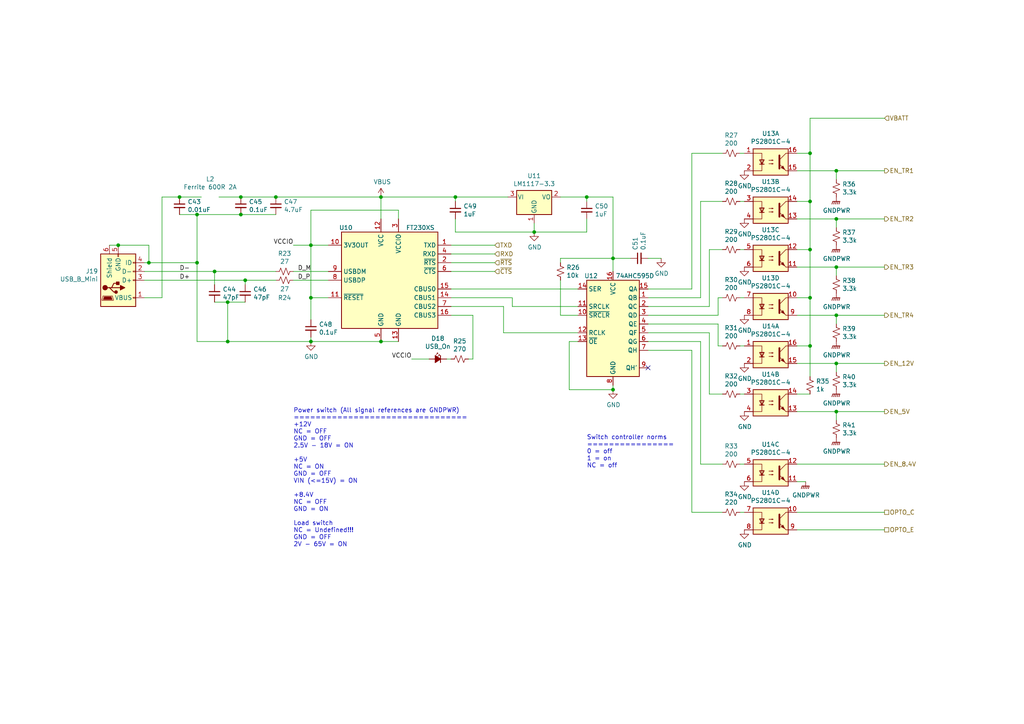
<source format=kicad_sch>
(kicad_sch (version 20211123) (generator eeschema)
  (paper "A4")
  (title_block (title "Power Management for Zeabus AUV") (date "20-April-2020") (rev "1.0.0") (company "Zeabus") (comment 1 "by Natchanan Thongtem and Akrapong Patchararungruang"))
  (lib_symbols
    (symbol "74xx:74AHC595"
      (property "Reference" "U" (at -7.62 13.97 0))
      (property "Value" "74AHC595" (at -7.62 -16.51 0))
      (symbol "74AHC595_1_0"
        (pin tri_state line (at 10.16 7.62 180) (length 2.54) (name "QB") (number "1"))
        (pin input line (at -10.16 2.54 0) (length 2.54) (name "~{SRCLR}") (number "10"))
        (pin input line (at -10.16 5.08 0) (length 2.54) (name "SRCLK") (number "11"))
        (pin input line (at -10.16 -2.54 0) (length 2.54) (name "RCLK") (number "12"))
        (pin input line (at -10.16 -5.08 0) (length 2.54) (name "~{OE}") (number "13"))
        (pin input line (at -10.16 10.16 0) (length 2.54) (name "SER") (number "14"))
        (pin tri_state line (at 10.16 10.16 180) (length 2.54) (name "QA") (number "15"))
        (pin power_in line (at 0 15.24 270) (length 2.54) (name "VCC") (number "16"))
        (pin tri_state line (at 10.16 5.08 180) (length 2.54) (name "QC") (number "2"))
        (pin tri_state line (at 10.16 2.54 180) (length 2.54) (name "QD") (number "3"))
        (pin tri_state line (at 10.16 0 180) (length 2.54) (name "QE") (number "4"))
        (pin tri_state line (at 10.16 -2.54 180) (length 2.54) (name "QF") (number "5"))
        (pin tri_state line (at 10.16 -5.08 180) (length 2.54) (name "QG") (number "6"))
        (pin tri_state line (at 10.16 -7.62 180) (length 2.54) (name "QH") (number "7"))
        (pin power_in line (at 0 -17.78 90) (length 2.54) (name "GND") (number "8"))
        (pin output line (at 10.16 -12.7 180) (length 2.54) (name "QH'") (number "9"))
      )
      (symbol "74AHC595_1_1"
        (rectangle (start -7.62 12.7) (end 7.62 -15.24) (stroke (width 0.254)) (fill (type background)))
      )
    )
    (symbol "Connector:USB_B_Mini" (pin_names (offset 1.016))
      (property "Reference" "J" (at -5.08 11.43 0))
      (property "Value" "USB_B_Mini" (at -5.08 8.89 0))
      (symbol "USB_B_Mini_0_1"
        (rectangle (start -5.08 -7.62) (end 5.08 7.62) (stroke (width 0.254)) (fill (type background)))
        (circle (center -3.81 2.159) (radius 0.635) (stroke (width 0.254)) (fill (type outline)))
        (circle (center -0.635 3.429) (radius 0.381) (stroke (width 0.254)) (fill (type outline)))
        (rectangle (start -0.127 -7.62) (end 0.127 -6.858))
        (polyline (pts (xy -1.905 2.159) (xy 0.635 2.159)) (stroke (width 0.254)))
        (polyline (pts (xy -3.175 2.159) (xy -2.54 2.159) (xy -1.27 3.429) (xy -0.635 3.429)) (stroke (width 0.254)))
        (polyline (pts (xy -2.54 2.159) (xy -1.905 2.159) (xy -1.27 0.889) (xy 0 0.889)) (stroke (width 0.254)))
        (polyline (pts (xy 0.635 2.794) (xy 0.635 1.524) (xy 1.905 2.159) (xy 0.635 2.794)) (stroke (width 0.254)) (fill (type outline)))
        (polyline (pts (xy -4.318 5.588) (xy -1.778 5.588) (xy -2.032 4.826) (xy -4.064 4.826) (xy -4.318 5.588)) (fill (type outline)))
        (polyline (pts (xy -4.699 5.842) (xy -4.699 5.588) (xy -4.445 4.826) (xy -4.445 4.572) (xy -1.651 4.572) (xy -1.651 4.826) (xy -1.397 5.588) (xy -1.397 5.842) (xy -4.699 5.842)))
        (rectangle (start 0.254 1.27) (end -0.508 0.508) (stroke (width 0.254)) (fill (type outline)))
        (rectangle (start 5.08 -5.207) (end 4.318 -4.953))
        (rectangle (start 5.08 -2.667) (end 4.318 -2.413))
        (rectangle (start 5.08 -0.127) (end 4.318 0.127))
        (rectangle (start 5.08 4.953) (end 4.318 5.207))
      )
      (symbol "USB_B_Mini_1_1"
        (pin power_out line (at 7.62 5.08 180) (length 2.54) (name "VBUS") (number "1"))
        (pin bidirectional line (at 7.62 -2.54 180) (length 2.54) (name "D-") (number "2"))
        (pin bidirectional line (at 7.62 0 180) (length 2.54) (name "D+") (number "3"))
        (pin passive line (at 7.62 -5.08 180) (length 2.54) (name "ID") (number "4"))
        (pin power_out line (at 0 -10.16 90) (length 2.54) (name "GND") (number "5"))
        (pin passive line (at -2.54 -10.16 90) (length 2.54) (name "Shield") (number "6"))
      )
    )
    (symbol "Device:C_Small" (pin_numbers hide) (pin_names (offset 0.254) hide)
      (property "Reference" "C" (at 0.254 1.778 0))
      (property "Value" "C_Small" (at 0.254 -2.032 0))
      (symbol "C_Small_0_1"
        (polyline (pts (xy -1.524 -0.508) (xy 1.524 -0.508)) (stroke (width 0.3302)))
        (polyline (pts (xy -1.524 0.508) (xy 1.524 0.508)) (stroke (width 0.3048)))
      )
      (symbol "C_Small_1_1"
        (pin passive line (at 0 2.54 270) (length 2.032) (name "~") (number "1"))
        (pin passive line (at 0 -2.54 90) (length 2.032) (name "~") (number "2"))
      )
    )
    (symbol "Device:LED_Small_Filled" (pin_numbers hide) (pin_names (offset 0.254) hide)
      (property "Reference" "D" (at -1.27 3.175 0))
      (property "Value" "LED_Small_Filled" (at -4.445 -2.54 0))
      (symbol "LED_Small_Filled_0_1"
        (polyline (pts (xy -0.762 -1.016) (xy -0.762 1.016)) (stroke (width 0.254)))
        (polyline (pts (xy 1.016 0) (xy -0.762 0)))
        (polyline (pts (xy 0.762 -1.016) (xy -0.762 0) (xy 0.762 1.016) (xy 0.762 -1.016)) (stroke (width 0.254)) (fill (type outline)))
        (polyline (pts (xy 0 0.762) (xy -0.508 1.27) (xy -0.254 1.27) (xy -0.508 1.27) (xy -0.508 1.016)))
        (polyline (pts (xy 0.508 1.27) (xy 0 1.778) (xy 0.254 1.778) (xy 0 1.778) (xy 0 1.524)))
      )
      (symbol "LED_Small_Filled_1_1"
        (pin passive line (at -2.54 0 0) (length 1.778) (name "K") (number "1"))
        (pin passive line (at 2.54 0 180) (length 1.778) (name "A") (number "2"))
      )
    )
    (symbol "Device:R_Small_US" (pin_numbers hide) (pin_names (offset 0.254) hide)
      (property "Reference" "R" (at 0.762 0.508 0))
      (property "Value" "R_Small_US" (at 0.762 -1.016 0))
      (symbol "R_Small_US_1_1"
        (polyline (pts (xy 0 0) (xy 1.016 -0.381) (xy 0 -0.762) (xy -1.016 -1.143) (xy 0 -1.524)))
        (polyline (pts (xy 0 1.524) (xy 1.016 1.143) (xy 0 0.762) (xy -1.016 0.381) (xy 0 0)))
        (pin passive line (at 0 2.54 270) (length 1.016) (name "~") (number "1"))
        (pin passive line (at 0 -2.54 90) (length 1.016) (name "~") (number "2"))
      )
    )
    (symbol "Interface_USB:FT230XS"
      (property "Reference" "U" (at -13.97 15.24 0))
      (property "Value" "FT230XS" (at 7.62 15.24 0))
      (symbol "FT230XS_0_1"
        (rectangle (start -13.97 13.97) (end 13.97 -13.97) (stroke (width 0.254)) (fill (type background)))
      )
      (symbol "FT230XS_1_1"
        (pin output line (at 17.78 10.16 180) (length 3.81) (name "TXD") (number "1"))
        (pin power_out line (at -17.78 10.16 0) (length 3.81) (name "3V3OUT") (number "10"))
        (pin input line (at -17.78 -5.08 0) (length 3.81) (name "~{RESET}") (number "11"))
        (pin power_in line (at -2.54 17.78 270) (length 3.81) (name "VCC") (number "12"))
        (pin power_in line (at 2.54 -17.78 90) (length 3.81) (name "GND") (number "13"))
        (pin bidirectional line (at 17.78 -5.08 180) (length 3.81) (name "CBUS1") (number "14"))
        (pin bidirectional line (at 17.78 -2.54 180) (length 3.81) (name "CBUS0") (number "15"))
        (pin bidirectional line (at 17.78 -10.16 180) (length 3.81) (name "CBUS3") (number "16"))
        (pin output line (at 17.78 5.08 180) (length 3.81) (name "~{RTS}") (number "2"))
        (pin power_in line (at 2.54 17.78 270) (length 3.81) (name "VCCIO") (number "3"))
        (pin input line (at 17.78 7.62 180) (length 3.81) (name "RXD") (number "4"))
        (pin power_in line (at -2.54 -17.78 90) (length 3.81) (name "GND") (number "5"))
        (pin input line (at 17.78 2.54 180) (length 3.81) (name "~{CTS}") (number "6"))
        (pin bidirectional line (at 17.78 -7.62 180) (length 3.81) (name "CBUS2") (number "7"))
        (pin bidirectional line (at -17.78 0 0) (length 3.81) (name "USBDP") (number "8"))
        (pin bidirectional line (at -17.78 2.54 0) (length 3.81) (name "USBDM") (number "9"))
      )
    )
    (symbol "Isolator:TLP291-4"
      (property "Reference" "U" (at -5.08 5.08 0))
      (property "Value" "TLP291-4" (at 0 5.08 0))
      (symbol "TLP291-4_0_1"
        (rectangle (start -5.08 3.81) (end 5.08 -3.81) (stroke (width 0.254)) (fill (type background)))
        (polyline (pts (xy -3.175 -0.635) (xy -1.905 -0.635)) (stroke (width 0.254)))
        (polyline (pts (xy 2.54 0.635) (xy 4.445 2.54)))
        (polyline (pts (xy 4.445 -2.54) (xy 2.54 -0.635)) (fill (type outline)))
        (polyline (pts (xy 4.445 -2.54) (xy 5.08 -2.54)))
        (polyline (pts (xy 4.445 2.54) (xy 5.08 2.54)))
        (polyline (pts (xy -5.08 2.54) (xy -2.54 2.54) (xy -2.54 0.635)))
        (polyline (pts (xy -2.54 0.635) (xy -2.54 -2.54) (xy -5.08 -2.54)))
        (polyline (pts (xy 2.54 1.905) (xy 2.54 -1.905) (xy 2.54 -1.905)) (stroke (width 0.508)))
        (polyline (pts (xy -2.54 -0.635) (xy -3.175 0.635) (xy -1.905 0.635) (xy -2.54 -0.635)) (stroke (width 0.254)))
        (polyline (pts (xy -0.508 -0.508) (xy 0.762 -0.508) (xy 0.381 -0.635) (xy 0.381 -0.381) (xy 0.762 -0.508)))
        (polyline (pts (xy -0.508 0.508) (xy 0.762 0.508) (xy 0.381 0.381) (xy 0.381 0.635) (xy 0.762 0.508)))
        (polyline (pts (xy 3.048 -1.651) (xy 3.556 -1.143) (xy 4.064 -2.159) (xy 3.048 -1.651) (xy 3.048 -1.651)) (fill (type outline)))
      )
      (symbol "TLP291-4_1_1"
        (pin passive line (at -7.62 2.54 0) (length 2.54) (name "~") (number "1"))
        (pin passive line (at 7.62 -2.54 180) (length 2.54) (name "~") (number "15"))
        (pin passive line (at 7.62 2.54 180) (length 2.54) (name "~") (number "16"))
        (pin passive line (at -7.62 -2.54 0) (length 2.54) (name "~") (number "2"))
      )
      (symbol "TLP291-4_2_1"
        (pin passive line (at 7.62 -2.54 180) (length 2.54) (name "~") (number "13"))
        (pin passive line (at 7.62 2.54 180) (length 2.54) (name "~") (number "14"))
        (pin passive line (at -7.62 2.54 0) (length 2.54) (name "~") (number "3"))
        (pin passive line (at -7.62 -2.54 0) (length 2.54) (name "~") (number "4"))
      )
      (symbol "TLP291-4_3_1"
        (pin passive line (at 7.62 -2.54 180) (length 2.54) (name "~") (number "11"))
        (pin passive line (at 7.62 2.54 180) (length 2.54) (name "~") (number "12"))
        (pin passive line (at -7.62 2.54 0) (length 2.54) (name "~") (number "5"))
        (pin passive line (at -7.62 -2.54 0) (length 2.54) (name "~") (number "6"))
      )
      (symbol "TLP291-4_4_1"
        (pin passive line (at 7.62 2.54 180) (length 2.54) (name "~") (number "10"))
        (pin passive line (at -7.62 2.54 0) (length 2.54) (name "~") (number "7"))
        (pin passive line (at -7.62 -2.54 0) (length 2.54) (name "~") (number "8"))
        (pin passive line (at 7.62 -2.54 180) (length 2.54) (name "~") (number "9"))
      )
    )
    (symbol "Regulator_Linear:LM1117-3.3" (pin_names (offset 0.254))
      (property "Reference" "U" (at -3.81 3.175 0))
      (property "Value" "LM1117-3.3" (at 0 3.175 0))
      (symbol "LM1117-3.3_0_1"
        (rectangle (start -5.08 -5.08) (end 5.08 1.905) (stroke (width 0.254)) (fill (type background)))
      )
      (symbol "LM1117-3.3_1_1"
        (pin power_in line (at 0 -7.62 90) (length 2.54) (name "GND") (number "1"))
        (pin power_out line (at 7.62 0 180) (length 2.54) (name "VO") (number "2"))
        (pin power_in line (at -7.62 0 0) (length 2.54) (name "VI") (number "3"))
      )
    )
    (symbol "power:GND" (power) (pin_names (offset 0))
      (property "Value" "GND" (at 0 -3.81 0))
      (symbol "GND_0_1"
        (polyline (pts (xy 0 0) (xy 0 -1.27) (xy 1.27 -1.27) (xy 0 -2.54) (xy -1.27 -1.27) (xy 0 -1.27)))
      )
      (symbol "GND_1_1"
        (pin power_in line (at 0 0 270) (length 0) hide (name "GND") (number "1"))
      )
    )
    (symbol "power:GNDPWR" (power) (pin_names (offset 0))
      (property "Value" "GNDPWR" (at 0 -3.302 0))
      (symbol "GNDPWR_0_1"
        (polyline (pts (xy 0 -1.27) (xy 0 0)))
        (polyline (pts (xy -1.016 -1.27) (xy -1.27 -2.032) (xy -1.27 -2.032)) (stroke (width 0.2032)))
        (polyline (pts (xy -0.508 -1.27) (xy -0.762 -2.032) (xy -0.762 -2.032)) (stroke (width 0.2032)))
        (polyline (pts (xy 0 -1.27) (xy -0.254 -2.032) (xy -0.254 -2.032)) (stroke (width 0.2032)))
        (polyline (pts (xy 0.508 -1.27) (xy 0.254 -2.032) (xy 0.254 -2.032)) (stroke (width 0.2032)))
        (polyline (pts (xy 1.016 -1.27) (xy -1.016 -1.27) (xy -1.016 -1.27)) (stroke (width 0.2032)))
        (polyline (pts (xy 1.016 -1.27) (xy 0.762 -2.032) (xy 0.762 -2.032) (xy 0.762 -2.032)) (stroke (width 0.2032)))
      )
      (symbol "GNDPWR_1_1"
        (pin power_in line (at 0 0 270) (length 0) hide (name "GNDPWR") (number "1"))
      )
    )
    (symbol "power:VBUS" (power) (pin_names (offset 0))
      (property "Value" "VBUS" (at 0 3.81 0))
      (symbol "VBUS_0_1"
        (polyline (pts (xy -0.762 1.27) (xy 0 2.54)))
        (polyline (pts (xy 0 0) (xy 0 2.54)))
        (polyline (pts (xy 0 2.54) (xy 0.762 1.27)))
      )
      (symbol "VBUS_1_1"
        (pin power_in line (at 0 0 90) (length 0) hide (name "VBUS") (number "1"))
      )
    )
  )
  (junction (at 90.17 86.36))
  (junction (at 43.18 76.2))
  (junction (at 177.8 74.93))
  (junction (at 234.95 86.36))
  (junction (at 66.04 99.06))
  (junction (at 52.07 57.15))
  (junction (at 242.57 49.53))
  (junction (at 90.17 99.06))
  (junction (at 242.57 91.44))
  (junction (at 242.57 77.47))
  (junction (at 69.85 57.15))
  (junction (at 234.95 100.33))
  (junction (at 57.15 62.23))
  (junction (at 66.04 87.63))
  (junction (at 90.17 71.12))
  (junction (at 57.15 76.2))
  (junction (at 62.23 78.74))
  (junction (at 234.95 72.39))
  (junction (at 110.49 99.06))
  (junction (at 154.94 67.31))
  (junction (at 71.12 81.28))
  (junction (at 234.95 44.45))
  (junction (at 234.95 58.42))
  (junction (at 242.57 119.38))
  (junction (at 110.49 57.15))
  (junction (at 80.01 57.15))
  (junction (at 177.8 113.03))
  (junction (at 69.85 62.23))
  (junction (at 34.29 71.12))
  (junction (at 132.08 57.15))
  (junction (at 242.57 63.5))
  (junction (at 170.18 57.15))
  (junction (at 242.57 105.41))
  (no_connect (at 187.96 106.68))
  (wire (pts (xy 231.14 58.42) (xy 234.95 58.42)))
  (wire (pts (xy 208.28 100.33) (xy 209.55 100.33)))
  (wire (pts (xy 208.28 86.36) (xy 209.55 86.36)))
  (wire (pts (xy 66.04 87.63) (xy 71.12 87.63)))
  (wire (pts (xy 242.57 52.07) (xy 242.57 49.53)))
  (wire (pts (xy 162.56 91.44) (xy 162.56 81.28)))
  (wire (pts (xy 234.95 44.45) (xy 234.95 34.29)))
  (wire (pts (xy 187.96 74.93) (xy 191.77 74.93)))
  (wire (pts (xy 132.08 58.42) (xy 132.08 57.15)))
  (wire (pts (xy 177.8 113.03) (xy 177.8 111.76)))
  (wire (pts (xy 242.57 93.98) (xy 242.57 91.44)))
  (wire (pts (xy 162.56 76.2) (xy 162.56 74.93)))
  (wire (pts (xy 234.95 34.29) (xy 256.54 34.29)))
  (wire (pts (xy 231.14 63.5) (xy 242.57 63.5)))
  (wire (pts (xy 90.17 71.12) (xy 90.17 60.96)))
  (wire (pts (xy 242.57 119.38) (xy 256.54 119.38)))
  (wire (pts (xy 177.8 113.03) (xy 165.1 113.03)))
  (wire (pts (xy 80.01 57.15) (xy 110.49 57.15)))
  (wire (pts (xy 242.57 91.44) (xy 256.54 91.44)))
  (wire (pts (xy 231.14 119.38) (xy 242.57 119.38)))
  (wire (pts (xy 203.2 134.62) (xy 209.55 134.62)))
  (wire (pts (xy 62.23 82.55) (xy 62.23 78.74)))
  (wire (pts (xy 41.91 76.2) (xy 43.18 76.2)))
  (wire (pts (xy 170.18 67.31) (xy 170.18 63.5)))
  (wire (pts (xy 43.18 71.12) (xy 34.29 71.12)))
  (wire (pts (xy 231.14 49.53) (xy 242.57 49.53)))
  (wire (pts (xy 95.25 86.36) (xy 90.17 86.36)))
  (wire (pts (xy 110.49 57.15) (xy 110.49 63.5)))
  (wire (pts (xy 132.08 63.5) (xy 132.08 67.31)))
  (wire (pts (xy 256.54 153.67) (xy 231.14 153.67)))
  (wire (pts (xy 41.91 78.74) (xy 62.23 78.74)))
  (wire (pts (xy 200.66 101.6) (xy 200.66 148.59)))
  (wire (pts (xy 130.81 83.82) (xy 167.64 83.82)))
  (wire (pts (xy 137.16 104.14) (xy 135.89 104.14)))
  (wire (pts (xy 231.14 105.41) (xy 242.57 105.41)))
  (wire (pts (xy 200.66 44.45) (xy 209.55 44.45)))
  (wire (pts (xy 187.96 91.44) (xy 208.28 91.44)))
  (wire (pts (xy 200.66 148.59) (xy 209.55 148.59)))
  (wire (pts (xy 110.49 57.15) (xy 132.08 57.15)))
  (wire (pts (xy 132.08 57.15) (xy 147.32 57.15)))
  (wire (pts (xy 214.63 100.33) (xy 215.9 100.33)))
  (wire (pts (xy 165.1 99.06) (xy 167.64 99.06)))
  (wire (pts (xy 46.99 86.36) (xy 46.99 57.15)))
  (wire (pts (xy 215.9 148.59) (xy 214.63 148.59)))
  (wire (pts (xy 234.95 58.42) (xy 234.95 44.45)))
  (wire (pts (xy 177.8 78.74) (xy 177.8 74.93)))
  (wire (pts (xy 52.07 57.15) (xy 58.42 57.15)))
  (wire (pts (xy 200.66 83.82) (xy 200.66 44.45)))
  (wire (pts (xy 80.01 81.28) (xy 71.12 81.28)))
  (wire (pts (xy 214.63 134.62) (xy 215.9 134.62)))
  (wire (pts (xy 90.17 99.06) (xy 110.49 99.06)))
  (wire (pts (xy 187.96 96.52) (xy 205.74 96.52)))
  (wire (pts (xy 242.57 66.04) (xy 242.57 63.5)))
  (wire (pts (xy 231.14 114.3) (xy 234.95 114.3)))
  (wire (pts (xy 130.81 76.2) (xy 143.51 76.2)))
  (wire (pts (xy 115.57 60.96) (xy 115.57 63.5)))
  (wire (pts (xy 52.07 62.23) (xy 57.15 62.23)))
  (wire (pts (xy 148.59 88.9) (xy 167.64 88.9)))
  (wire (pts (xy 203.2 58.42) (xy 209.55 58.42)))
  (wire (pts (xy 148.59 88.9) (xy 148.59 86.36)))
  (wire (pts (xy 167.64 91.44) (xy 162.56 91.44)))
  (wire (pts (xy 57.15 62.23) (xy 69.85 62.23)))
  (wire (pts (xy 46.99 57.15) (xy 52.07 57.15)))
  (wire (pts (xy 90.17 86.36) (xy 90.17 92.71)))
  (wire (pts (xy 205.74 88.9) (xy 205.74 72.39)))
  (wire (pts (xy 231.14 72.39) (xy 234.95 72.39)))
  (wire (pts (xy 90.17 60.96) (xy 115.57 60.96)))
  (wire (pts (xy 205.74 114.3) (xy 209.55 114.3)))
  (wire (pts (xy 187.96 99.06) (xy 203.2 99.06)))
  (wire (pts (xy 242.57 121.92) (xy 242.57 119.38)))
  (wire (pts (xy 242.57 63.5) (xy 256.54 63.5)))
  (wire (pts (xy 187.96 88.9) (xy 205.74 88.9)))
  (wire (pts (xy 231.14 134.62) (xy 256.54 134.62)))
  (wire (pts (xy 130.81 88.9) (xy 146.05 88.9)))
  (wire (pts (xy 170.18 57.15) (xy 177.8 57.15)))
  (wire (pts (xy 215.9 114.3) (xy 214.63 114.3)))
  (wire (pts (xy 143.51 73.66) (xy 130.81 73.66)))
  (wire (pts (xy 132.08 67.31) (xy 154.94 67.31)))
  (wire (pts (xy 43.18 76.2) (xy 57.15 76.2)))
  (wire (pts (xy 205.74 72.39) (xy 209.55 72.39)))
  (wire (pts (xy 143.51 78.74) (xy 130.81 78.74)))
  (wire (pts (xy 231.14 100.33) (xy 234.95 100.33)))
  (wire (pts (xy 187.96 101.6) (xy 200.66 101.6)))
  (wire (pts (xy 205.74 96.52) (xy 205.74 114.3)))
  (wire (pts (xy 231.14 139.7) (xy 233.68 139.7)))
  (wire (pts (xy 203.2 86.36) (xy 203.2 58.42)))
  (wire (pts (xy 187.96 93.98) (xy 208.28 93.98)))
  (wire (pts (xy 231.14 91.44) (xy 242.57 91.44)))
  (wire (pts (xy 203.2 99.06) (xy 203.2 134.62)))
  (wire (pts (xy 148.59 86.36) (xy 130.81 86.36)))
  (wire (pts (xy 154.94 67.31) (xy 154.94 64.77)))
  (wire (pts (xy 34.29 71.12) (xy 31.75 71.12)))
  (wire (pts (xy 95.25 81.28) (xy 85.09 81.28)))
  (wire (pts (xy 234.95 72.39) (xy 234.95 58.42)))
  (wire (pts (xy 177.8 57.15) (xy 177.8 74.93)))
  (wire (pts (xy 90.17 97.79) (xy 90.17 99.06)))
  (wire (pts (xy 214.63 58.42) (xy 215.9 58.42)))
  (wire (pts (xy 234.95 86.36) (xy 234.95 72.39)))
  (wire (pts (xy 62.23 87.63) (xy 66.04 87.63)))
  (wire (pts (xy 234.95 109.22) (xy 234.95 100.33)))
  (wire (pts (xy 85.09 71.12) (xy 90.17 71.12)))
  (wire (pts (xy 214.63 44.45) (xy 215.9 44.45)))
  (wire (pts (xy 66.04 87.63) (xy 66.04 99.06)))
  (wire (pts (xy 165.1 113.03) (xy 165.1 99.06)))
  (wire (pts (xy 208.28 93.98) (xy 208.28 100.33)))
  (wire (pts (xy 146.05 88.9) (xy 146.05 96.52)))
  (wire (pts (xy 146.05 96.52) (xy 167.64 96.52)))
  (wire (pts (xy 231.14 148.59) (xy 256.54 148.59)))
  (wire (pts (xy 242.57 80.01) (xy 242.57 77.47)))
  (wire (pts (xy 124.46 104.14) (xy 119.38 104.14)))
  (wire (pts (xy 62.23 78.74) (xy 80.01 78.74)))
  (wire (pts (xy 177.8 74.93) (xy 182.88 74.93)))
  (wire (pts (xy 71.12 82.55) (xy 71.12 81.28)))
  (wire (pts (xy 242.57 77.47) (xy 256.54 77.47)))
  (wire (pts (xy 162.56 74.93) (xy 177.8 74.93)))
  (wire (pts (xy 63.5 57.15) (xy 69.85 57.15)))
  (wire (pts (xy 208.28 91.44) (xy 208.28 86.36)))
  (wire (pts (xy 242.57 107.95) (xy 242.57 105.41)))
  (wire (pts (xy 95.25 71.12) (xy 90.17 71.12)))
  (wire (pts (xy 57.15 76.2) (xy 57.15 99.06)))
  (wire (pts (xy 57.15 99.06) (xy 66.04 99.06)))
  (wire (pts (xy 234.95 86.36) (xy 234.95 100.33)))
  (wire (pts (xy 242.57 49.53) (xy 256.54 49.53)))
  (wire (pts (xy 69.85 57.15) (xy 80.01 57.15)))
  (wire (pts (xy 234.95 44.45) (xy 231.14 44.45)))
  (wire (pts (xy 90.17 71.12) (xy 90.17 86.36)))
  (wire (pts (xy 242.57 105.41) (xy 256.54 105.41)))
  (wire (pts (xy 130.81 104.14) (xy 129.54 104.14)))
  (wire (pts (xy 170.18 58.42) (xy 170.18 57.15)))
  (wire (pts (xy 66.04 99.06) (xy 90.17 99.06)))
  (wire (pts (xy 130.81 91.44) (xy 137.16 91.44)))
  (wire (pts (xy 71.12 81.28) (xy 41.91 81.28)))
  (wire (pts (xy 231.14 86.36) (xy 234.95 86.36)))
  (wire (pts (xy 162.56 57.15) (xy 170.18 57.15)))
  (wire (pts (xy 187.96 86.36) (xy 203.2 86.36)))
  (wire (pts (xy 214.63 72.39) (xy 215.9 72.39)))
  (wire (pts (xy 154.94 67.31) (xy 170.18 67.31)))
  (wire (pts (xy 41.91 86.36) (xy 46.99 86.36)))
  (wire (pts (xy 130.81 71.12) (xy 143.51 71.12)))
  (wire (pts (xy 57.15 76.2) (xy 57.15 62.23)))
  (wire (pts (xy 231.14 77.47) (xy 242.57 77.47)))
  (wire (pts (xy 187.96 83.82) (xy 200.66 83.82)))
  (wire (pts (xy 85.09 78.74) (xy 95.25 78.74)))
  (wire (pts (xy 43.18 76.2) (xy 43.18 71.12)))
  (wire (pts (xy 69.85 62.23) (xy 80.01 62.23)))
  (wire (pts (xy 110.49 99.06) (xy 115.57 99.06)))
  (wire (pts (xy 137.16 91.44) (xy 137.16 104.14)))
  (wire (pts (xy 214.63 86.36) (xy 215.9 86.36)))
  (text "Switch controller norms\n================\n0 = off\n1 = on\nNC = off" (at 170.18 135.89 0) (effects (font (size 1.27 1.27)) (justify left bottom)))
  (text "Power switch (All signal references are GNDPWR)\n================================\n+12V\nNC = OFF\nGND = OFF\n2.5V - 18V = ON\n\n+5V\nNC = ON\nGND = OFF\nVIN (<=15V) = ON\n\n+8.4V\nNC = OFF\nGND = ON\n\nLoad switch\nNC = Undefined!!!\nGND = OFF\n2V - 65V = ON" (at 85.09 158.75 0) (effects (font (size 1.27 1.27)) (justify left bottom)))
  (label "D+" (at 52.07 81.28 0))
  (label "VCCIO" (at 119.38 104.14 180))
  (label "D-" (at 52.07 78.74 0))
  (label "VCCIO" (at 85.09 71.12 180))
  (label "D_M" (at 86.36 78.74 0))
  (label "D_P" (at 86.36 81.28 0))
  (hierarchical_label "EN_5V" (shape output) (at 256.54 119.38 0))
  (hierarchical_label "EN_TR4" (shape output) (at 256.54 91.44 0))
  (hierarchical_label "EN_12V" (shape output) (at 256.54 105.41 0))
  (hierarchical_label "EN_TR2" (shape output) (at 256.54 63.5 0))
  (hierarchical_label "TXD" (shape input) (at 143.51 71.12 0))
  (hierarchical_label "OPTO_C" (shape passive) (at 256.54 148.59 0))
  (hierarchical_label "VBATT" (shape input) (at 256.54 34.29 0))
  (hierarchical_label "RXD" (shape input) (at 143.51 73.66 0))
  (hierarchical_label "EN_8.4V" (shape output) (at 256.54 134.62 0))
  (hierarchical_label "EN_TR3" (shape output) (at 256.54 77.47 0))
  (hierarchical_label "~{CTS}" (shape input) (at 143.51 78.74 0))
  (hierarchical_label "EN_TR1" (shape output) (at 256.54 49.53 0))
  (hierarchical_label "OPTO_E" (shape passive) (at 256.54 153.67 0))
  (hierarchical_label "~{RTS}" (shape input) (at 143.51 76.2 0))
  (symbol (lib_id "Interface_USB:FT230XS") (at 113.03 81.28 0) (unit 1)
    (property "Reference" "U10" (at 100.33 66.04 0))
    (property "Value" "FT230XS" (at 121.92 66.04 0))
    (property "Footprint" "Package_SO:SSOP-16_3.9x4.9mm_P0.635mm" (effects hide))
    (property "Datasheet" "2081321" (effects hide))
  )
  (symbol (lib_id "Device:L_Core_Ferrite_Small") (at 60.96 57.15 90) (unit 1)
    (property "Reference" "L2" (at 60.96 51.943 90))
    (property "Value" "Ferrite 600R 2A" (at 60.96 54.2544 90))
    (property "Footprint" "Inductor_SMD:L_0805_2012Metric_Pad1.15x1.40mm_HandSolder" (effects hide))
    (property "Datasheet" "2475050" (effects hide))
  )
  (symbol (lib_id "Connector:USB_B_Mini") (at 34.29 81.28 0) (mirror x) (unit 1)
    (property "Reference" "J19" (at 28.448 78.6638 0) (effects (justify right)))
    (property "Value" "USB_B_Mini" (at 28.448 80.9752 0) (effects (justify right)))
    (property "Footprint" "Connector_USB:USB_Mini-B_Lumberg_2486_01_Horizontal" (effects hide))
  )
  (symbol (lib_id "Device:R_Small_US") (at 82.55 78.74 270) (unit 1)
    (property "Reference" "R23" (at 82.55 73.533 90))
    (property "Value" "27" (at 82.55 75.8444 90))
    (property "Footprint" "Resistor_SMD:R_0603_1608Metric_Pad1.05x0.95mm_HandSolder" (effects hide))
  )
  (symbol (lib_id "Device:C_Small") (at 69.85 59.69 0) (unit 1)
    (property "Reference" "C45" (at 72.1868 58.5216 0) (effects (justify left)))
    (property "Value" "0.1uF" (at 72.1868 60.833 0) (effects (justify left)))
    (property "Footprint" "Capacitor_SMD:C_0603_1608Metric_Pad1.05x0.95mm_HandSolder" (effects hide))
    (property "Datasheet" "1709958" (effects hide))
  )
  (symbol (lib_id "Device:R_Small_US") (at 82.55 81.28 270) (unit 1)
    (property "Reference" "R24" (at 82.55 86.36 90))
    (property "Value" "27" (at 82.55 83.82 90))
    (property "Footprint" "Resistor_SMD:R_0603_1608Metric_Pad1.05x0.95mm_HandSolder" (effects hide))
  )
  (symbol (lib_id "Device:C_Small") (at 90.17 95.25 0) (unit 1)
    (property "Reference" "C48" (at 92.5068 94.0816 0) (effects (justify left)))
    (property "Value" "0.1uF" (at 92.5068 96.393 0) (effects (justify left)))
    (property "Footprint" "Capacitor_SMD:C_0603_1608Metric_Pad1.05x0.95mm_HandSolder" (effects hide))
    (property "Datasheet" "1709958" (effects hide))
  )
  (symbol (lib_id "Device:C_Small") (at 80.01 59.69 0) (unit 1)
    (property "Reference" "C47" (at 82.3468 58.5216 0) (effects (justify left)))
    (property "Value" "4.7uF" (at 82.3468 60.833 0) (effects (justify left)))
    (property "Footprint" "Capacitor_SMD:C_1206_3216Metric_Pad1.42x1.75mm_HandSolder" (effects hide))
    (property "Datasheet" "3013533" (effects hide))
  )
  (symbol (lib_id "Device:C_Small") (at 52.07 59.69 0) (unit 1)
    (property "Reference" "C43" (at 54.4068 58.5216 0) (effects (justify left)))
    (property "Value" "0.01uF" (at 54.4068 60.833 0) (effects (justify left)))
    (property "Footprint" "Capacitor_SMD:C_0603_1608Metric_Pad1.05x0.95mm_HandSolder" (effects hide))
    (property "Datasheet" "1709948" (effects hide))
  )
  (symbol (lib_id "Device:C_Small") (at 71.12 85.09 0) (unit 1)
    (property "Reference" "C46" (at 73.4568 83.9216 0) (effects (justify left)))
    (property "Value" "47pF" (at 73.4568 86.233 0) (effects (justify left)))
    (property "Footprint" "Capacitor_SMD:C_0603_1608Metric_Pad1.05x0.95mm_HandSolder" (effects hide))
    (property "Datasheet" "1710244" (effects hide))
  )
  (symbol (lib_id "Device:C_Small") (at 62.23 85.09 0) (unit 1)
    (property "Reference" "C44" (at 64.5668 83.9216 0) (effects (justify left)))
    (property "Value" "47pF" (at 64.5668 86.233 0) (effects (justify left)))
    (property "Footprint" "Capacitor_SMD:C_0603_1608Metric_Pad1.05x0.95mm_HandSolder" (effects hide))
    (property "Datasheet" "1710244" (effects hide))
  )
  (symbol (lib_id "power:GND") (at 90.17 99.06 0) (unit 1)
    (property "Reference" "#PWR028" (effects hide))
    (property "Value" "GND" (at 90.297 103.4542 0))
  )
  (symbol (lib_id "power:VBUS") (at 110.49 57.15 0) (unit 1)
    (property "Reference" "#PWR029" (effects hide))
    (property "Value" "VBUS" (at 110.871 52.7558 0))
  )
  (symbol (lib_id "Isolator:TLP291-4") (at 223.52 46.99 0) (unit 1)
    (property "Reference" "U13" (at 223.52 38.735 0))
    (property "Value" "PS2801C-4" (at 223.52 41.0464 0))
    (property "Footprint" "Package_SO:SOP-16_4.4x10.4mm_P1.27mm" (effects hide))
    (property "Datasheet" "3265585" (effects hide))
  )
  (symbol (lib_id "74xx:74AHC595") (at 177.8 93.98 0) (unit 1)
    (property "Reference" "U12" (at 171.45 80.01 0))
    (property "Value" "74AHC595D" (at 184.15 80.01 0))
    (property "Footprint" "Package_SO:SOIC-16_3.9x9.9mm_P1.27mm" (effects hide))
    (property "Datasheet" "2445160" (effects hide))
  )
  (symbol (lib_id "Device:LED_Small_Filled") (at 127 104.14 0) (mirror y) (unit 1)
    (property "Reference" "D18" (at 127 98.171 0))
    (property "Value" "USB_On" (at 127 100.4824 0))
    (property "Footprint" "LED_SMD:LED_0603_1608Metric_Pad1.05x0.95mm_HandSolder" (effects hide))
  )
  (symbol (lib_id "Device:R_Small_US") (at 133.35 104.14 270) (unit 1)
    (property "Reference" "R25" (at 133.35 98.933 90))
    (property "Value" "270" (at 133.35 101.2444 90))
    (property "Footprint" "Resistor_SMD:R_0603_1608Metric_Pad1.05x0.95mm_HandSolder" (effects hide))
  )
  (symbol (lib_id "Isolator:TLP291-4") (at 223.52 60.96 0) (unit 2)
    (property "Reference" "U13" (at 223.52 52.705 0))
    (property "Value" "PS2801C-4" (at 223.52 55.0164 0))
    (property "Footprint" "Package_SO:SOP-16_4.4x10.4mm_P1.27mm" (effects hide))
    (property "Datasheet" "3265585" (effects hide))
  )
  (symbol (lib_id "Isolator:TLP291-4") (at 223.52 74.93 0) (unit 3)
    (property "Reference" "U13" (at 223.52 66.675 0))
    (property "Value" "PS2801C-4" (at 223.52 68.9864 0))
    (property "Footprint" "Package_SO:SOP-16_4.4x10.4mm_P1.27mm" (effects hide))
    (property "Datasheet" "3265585" (effects hide))
  )
  (symbol (lib_id "Isolator:TLP291-4") (at 223.52 88.9 0) (unit 4)
    (property "Reference" "U13" (at 223.52 80.645 0))
    (property "Value" "PS2801C-4" (at 223.52 82.9564 0))
    (property "Footprint" "Package_SO:SOP-16_4.4x10.4mm_P1.27mm" (effects hide))
    (property "Datasheet" "3265585" (effects hide))
  )
  (symbol (lib_id "Isolator:TLP291-4") (at 223.52 102.87 0) (unit 1)
    (property "Reference" "U14" (at 223.52 94.615 0))
    (property "Value" "PS2801C-4" (at 223.52 96.9264 0))
    (property "Footprint" "Package_SO:SOP-16_4.4x10.4mm_P1.27mm" (effects hide))
    (property "Datasheet" "3265585" (effects hide))
  )
  (symbol (lib_id "Isolator:TLP291-4") (at 223.52 116.84 0) (unit 2)
    (property "Reference" "U14" (at 223.52 108.585 0))
    (property "Value" "PS2801C-4" (at 223.52 110.8964 0))
    (property "Footprint" "Package_SO:SOP-16_4.4x10.4mm_P1.27mm" (effects hide))
    (property "Datasheet" "3265585" (effects hide))
  )
  (symbol (lib_id "Isolator:TLP291-4") (at 223.52 137.16 0) (unit 3)
    (property "Reference" "U14" (at 223.52 128.905 0))
    (property "Value" "PS2801C-4" (at 223.52 131.2164 0))
    (property "Footprint" "Package_SO:SOP-16_4.4x10.4mm_P1.27mm" (effects hide))
    (property "Datasheet" "3265585" (effects hide))
  )
  (symbol (lib_id "Isolator:TLP291-4") (at 223.52 151.13 0) (unit 4)
    (property "Reference" "U14" (at 223.52 142.875 0))
    (property "Value" "PS2801C-4" (at 223.52 145.1864 0))
    (property "Footprint" "Package_SO:SOP-16_4.4x10.4mm_P1.27mm" (effects hide))
    (property "Datasheet" "3265585" (effects hide))
  )
  (symbol (lib_id "power:GND") (at 177.8 113.03 0) (unit 1)
    (property "Reference" "#PWR031" (effects hide))
    (property "Value" "GND" (at 177.927 117.4242 0))
  )
  (symbol (lib_id "Device:R_Small_US") (at 162.56 78.74 180) (unit 1)
    (property "Reference" "R26" (at 164.2872 77.5716 0) (effects (justify right)))
    (property "Value" "10k" (at 164.2872 79.883 0) (effects (justify right)))
    (property "Footprint" "Resistor_SMD:R_0603_1608Metric_Pad1.05x0.95mm_HandSolder" (effects hide))
  )
  (symbol (lib_id "Device:R_Small_US") (at 212.09 44.45 270) (unit 1)
    (property "Reference" "R27" (at 212.09 39.243 90))
    (property "Value" "200" (at 212.09 41.5544 90))
    (property "Footprint" "Resistor_SMD:R_0603_1608Metric_Pad1.05x0.95mm_HandSolder" (effects hide))
  )
  (symbol (lib_id "Device:R_Small_US") (at 212.09 58.42 270) (unit 1)
    (property "Reference" "R28" (at 212.09 53.213 90))
    (property "Value" "200" (at 212.09 55.5244 90))
    (property "Footprint" "Resistor_SMD:R_0603_1608Metric_Pad1.05x0.95mm_HandSolder" (effects hide))
  )
  (symbol (lib_id "Device:R_Small_US") (at 212.09 72.39 270) (unit 1)
    (property "Reference" "R29" (at 212.09 67.183 90))
    (property "Value" "200" (at 212.09 69.4944 90))
    (property "Footprint" "Resistor_SMD:R_0603_1608Metric_Pad1.05x0.95mm_HandSolder" (effects hide))
  )
  (symbol (lib_id "Device:R_Small_US") (at 212.09 86.36 270) (unit 1)
    (property "Reference" "R30" (at 212.09 81.153 90))
    (property "Value" "200" (at 212.09 83.4644 90))
    (property "Footprint" "Resistor_SMD:R_0603_1608Metric_Pad1.05x0.95mm_HandSolder" (effects hide))
  )
  (symbol (lib_id "Device:R_Small_US") (at 212.09 100.33 270) (unit 1)
    (property "Reference" "R31" (at 212.09 95.123 90))
    (property "Value" "200" (at 212.09 97.4344 90))
    (property "Footprint" "Resistor_SMD:R_0603_1608Metric_Pad1.05x0.95mm_HandSolder" (effects hide))
  )
  (symbol (lib_id "Device:R_Small_US") (at 212.09 114.3 270) (unit 1)
    (property "Reference" "R32" (at 212.09 109.093 90))
    (property "Value" "200" (at 212.09 111.4044 90))
    (property "Footprint" "Resistor_SMD:R_0603_1608Metric_Pad1.05x0.95mm_HandSolder" (effects hide))
  )
  (symbol (lib_id "Device:R_Small_US") (at 212.09 134.62 270) (unit 1)
    (property "Reference" "R33" (at 212.09 129.413 90))
    (property "Value" "200" (at 212.09 131.7244 90))
    (property "Footprint" "Resistor_SMD:R_0603_1608Metric_Pad1.05x0.95mm_HandSolder" (effects hide))
  )
  (symbol (lib_id "Device:R_Small_US") (at 212.09 148.59 270) (unit 1)
    (property "Reference" "R34" (at 212.09 143.383 90))
    (property "Value" "220" (at 212.09 145.6944 90))
    (property "Footprint" "Resistor_SMD:R_0603_1608Metric_Pad1.05x0.95mm_HandSolder" (effects hide))
  )
  (symbol (lib_id "power:GND") (at 215.9 63.5 0) (unit 1)
    (property "Reference" "#PWR034" (effects hide))
    (property "Value" "GND" (at 216.027 67.8942 0))
  )
  (symbol (lib_id "power:GND") (at 215.9 77.47 0) (unit 1)
    (property "Reference" "#PWR035" (effects hide))
    (property "Value" "GND" (at 216.027 81.8642 0))
  )
  (symbol (lib_id "power:GND") (at 215.9 91.44 0) (unit 1)
    (property "Reference" "#PWR036" (effects hide))
    (property "Value" "GND" (at 216.027 95.8342 0))
  )
  (symbol (lib_id "power:GND") (at 215.9 105.41 0) (unit 1)
    (property "Reference" "#PWR037" (effects hide))
    (property "Value" "GND" (at 216.027 109.8042 0))
  )
  (symbol (lib_id "power:GND") (at 215.9 119.38 0) (unit 1)
    (property "Reference" "#PWR038" (effects hide))
    (property "Value" "GND" (at 216.027 123.7742 0))
  )
  (symbol (lib_id "power:GND") (at 215.9 139.7 0) (unit 1)
    (property "Reference" "#PWR039" (effects hide))
    (property "Value" "GND" (at 216.027 144.0942 0))
  )
  (symbol (lib_id "power:GND") (at 215.9 153.67 0) (unit 1)
    (property "Reference" "#PWR040" (effects hide))
    (property "Value" "GND" (at 216.027 158.0642 0))
  )
  (symbol (lib_id "power:GND") (at 215.9 49.53 0) (unit 1)
    (property "Reference" "#PWR033" (effects hide))
    (property "Value" "GND" (at 216.027 53.9242 0))
  )
  (symbol (lib_id "Device:C_Small") (at 185.42 74.93 90) (unit 1)
    (property "Reference" "C51" (at 184.2516 72.5932 0) (effects (justify left)))
    (property "Value" "0.1uF" (at 186.563 72.5932 0) (effects (justify left)))
    (property "Footprint" "Capacitor_SMD:C_0603_1608Metric_Pad1.05x0.95mm_HandSolder" (effects hide))
    (property "Datasheet" "1709958" (effects hide))
  )
  (symbol (lib_id "power:GND") (at 191.77 74.93 0) (unit 1)
    (property "Reference" "#PWR032" (effects hide))
    (property "Value" "GND" (at 191.897 79.3242 0))
  )
  (symbol (lib_id "Device:R_Small_US") (at 242.57 54.61 180) (unit 1)
    (property "Reference" "R36" (at 244.2972 53.4416 0) (effects (justify right)))
    (property "Value" "3.3k" (at 244.2972 55.753 0) (effects (justify right)))
    (property "Footprint" "Resistor_SMD:R_0603_1608Metric_Pad1.05x0.95mm_HandSolder" (effects hide))
  )
  (symbol (lib_id "Device:R_Small_US") (at 242.57 68.58 180) (unit 1)
    (property "Reference" "R37" (at 244.2972 67.4116 0) (effects (justify right)))
    (property "Value" "3.3k" (at 244.2972 69.723 0) (effects (justify right)))
    (property "Footprint" "Resistor_SMD:R_0603_1608Metric_Pad1.05x0.95mm_HandSolder" (effects hide))
  )
  (symbol (lib_id "Device:R_Small_US") (at 242.57 82.55 180) (unit 1)
    (property "Reference" "R38" (at 244.2972 81.3816 0) (effects (justify right)))
    (property "Value" "3.3k" (at 244.2972 83.693 0) (effects (justify right)))
    (property "Footprint" "Resistor_SMD:R_0603_1608Metric_Pad1.05x0.95mm_HandSolder" (effects hide))
  )
  (symbol (lib_id "Device:R_Small_US") (at 242.57 96.52 180) (unit 1)
    (property "Reference" "R39" (at 244.2972 95.3516 0) (effects (justify right)))
    (property "Value" "3.3k" (at 244.2972 97.663 0) (effects (justify right)))
    (property "Footprint" "Resistor_SMD:R_0603_1608Metric_Pad1.05x0.95mm_HandSolder" (effects hide))
  )
  (symbol (lib_id "Device:R_Small_US") (at 242.57 110.49 180) (unit 1)
    (property "Reference" "R40" (at 244.2972 109.3216 0) (effects (justify right)))
    (property "Value" "3.3k" (at 244.2972 111.633 0) (effects (justify right)))
    (property "Footprint" "Resistor_SMD:R_0603_1608Metric_Pad1.05x0.95mm_HandSolder" (effects hide))
  )
  (symbol (lib_id "Device:R_Small_US") (at 242.57 124.46 180) (unit 1)
    (property "Reference" "R41" (at 244.2972 123.2916 0) (effects (justify right)))
    (property "Value" "3.3k" (at 244.2972 125.603 0) (effects (justify right)))
    (property "Footprint" "Resistor_SMD:R_0603_1608Metric_Pad1.05x0.95mm_HandSolder" (effects hide))
  )
  (symbol (lib_id "Device:R_Small_US") (at 234.95 111.76 180) (unit 1)
    (property "Reference" "R35" (at 236.6772 110.5916 0) (effects (justify right)))
    (property "Value" "1k" (at 236.6772 112.903 0) (effects (justify right)))
    (property "Footprint" "Resistor_SMD:R_0603_1608Metric_Pad1.05x0.95mm_HandSolder" (effects hide))
  )
  (symbol (lib_id "power:GNDPWR") (at 242.57 127 0) (unit 1)
    (property "Reference" "#PWR047" (effects hide))
    (property "Value" "GNDPWR" (at 242.6716 130.9116 0))
  )
  (symbol (lib_id "power:GNDPWR") (at 242.57 113.03 0) (unit 1)
    (property "Reference" "#PWR046" (effects hide))
    (property "Value" "GNDPWR" (at 242.6716 116.9416 0))
  )
  (symbol (lib_id "power:GNDPWR") (at 242.57 99.06 0) (unit 1)
    (property "Reference" "#PWR045" (effects hide))
    (property "Value" "GNDPWR" (at 242.6716 102.9716 0))
  )
  (symbol (lib_id "power:GNDPWR") (at 242.57 85.09 0) (unit 1)
    (property "Reference" "#PWR044" (effects hide))
    (property "Value" "GNDPWR" (at 242.6716 89.0016 0))
  )
  (symbol (lib_id "power:GNDPWR") (at 242.57 71.12 0) (unit 1)
    (property "Reference" "#PWR043" (effects hide))
    (property "Value" "GNDPWR" (at 242.6716 75.0316 0))
  )
  (symbol (lib_id "power:GNDPWR") (at 242.57 57.15 0) (unit 1)
    (property "Reference" "#PWR042" (effects hide))
    (property "Value" "GNDPWR" (at 242.6716 61.0616 0))
  )
  (symbol (lib_id "power:GNDPWR") (at 233.68 139.7 0) (unit 1)
    (property "Reference" "#PWR041" (effects hide))
    (property "Value" "GNDPWR" (at 233.7816 143.6116 0))
  )
  (symbol (lib_id "Device:C_Small") (at 132.08 60.96 0) (unit 1)
    (property "Reference" "C49" (at 134.4168 59.7916 0) (effects (justify left)))
    (property "Value" "1uF" (at 134.4168 62.103 0) (effects (justify left)))
    (property "Footprint" "Capacitor_SMD:C_0805_2012Metric_Pad1.15x1.40mm_HandSolder" (effects hide))
    (property "Datasheet" "3013482" (effects hide))
  )
  (symbol (lib_id "Device:C_Small") (at 170.18 60.96 0) (unit 1)
    (property "Reference" "C50" (at 172.5168 59.7916 0) (effects (justify left)))
    (property "Value" "1uF" (at 172.5168 62.103 0) (effects (justify left)))
    (property "Footprint" "Capacitor_SMD:C_0805_2012Metric_Pad1.15x1.40mm_HandSolder" (effects hide))
    (property "Datasheet" "3013482" (effects hide))
  )
  (symbol (lib_id "power:GND") (at 154.94 67.31 0) (unit 1)
    (property "Reference" "#PWR030" (effects hide))
    (property "Value" "GND" (at 155.067 71.7042 0))
  )
  (symbol (lib_id "Regulator_Linear:LM1117-3.3") (at 154.94 57.15 0) (unit 1)
    (property "Reference" "U11" (at 154.94 51.0032 0))
    (property "Value" "LM1117-3.3" (at 154.94 53.3146 0))
    (property "Footprint" "Package_TO_SOT_SMD:SOT-223-3_TabPin2" (effects hide))
    (property "Datasheet" "http://www.ti.com/lit/ds/symlink/lm1117.pdf" (effects hide))
  )
)
</source>
